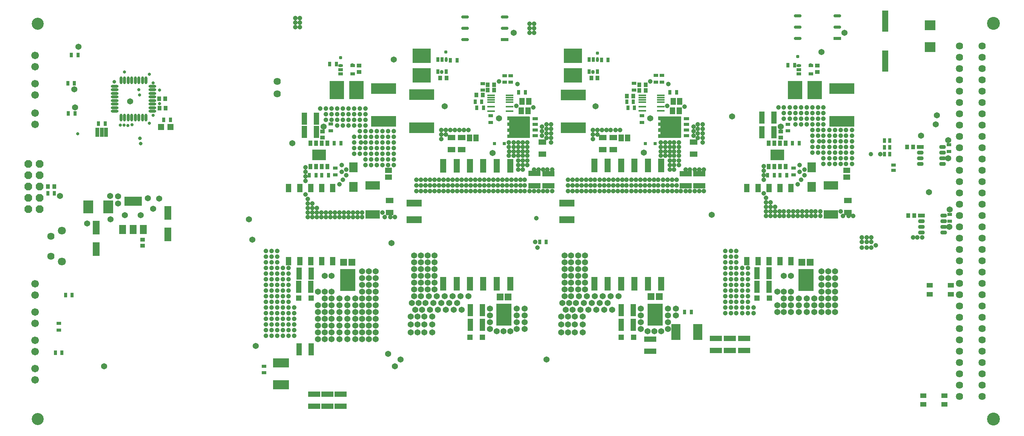
<source format=gbr>
%FSTAX23Y23*%
%MOIN*%
%SFA1B1*%

%IPPOS*%
%AMD149*
4,1,8,-0.033000,0.016500,-0.033000,-0.016500,-0.016500,-0.033000,0.016500,-0.033000,0.033000,-0.016500,0.033000,0.016500,0.016500,0.033000,-0.016500,0.033000,-0.033000,0.016500,0.0*
%
%ADD99R,0.092976X0.089039*%
%ADD100R,0.224472X0.094551*%
%ADD101R,0.031559X0.039433*%
%ADD102R,0.035496X0.039433*%
%ADD103R,0.052000X0.052000*%
%ADD104R,0.039433X0.035496*%
%ADD105R,0.153606X0.082740*%
%ADD106R,0.063055X0.082740*%
%ADD107R,0.032000X0.083000*%
%ADD108O,0.068960X0.025653*%
%ADD109O,0.025653X0.068960*%
%ADD110R,0.055181X0.191007*%
%ADD111R,0.039433X0.031559*%
%ADD112R,0.053212X0.041401*%
%ADD113R,0.047307X0.106362*%
%ADD114R,0.089000X0.111992*%
%ADD115R,0.161480X0.126047*%
%ADD116O,0.025653X0.043370*%
%ADD117R,0.025653X0.043370*%
%ADD118R,0.106362X0.047307*%
%ADD119R,0.047307X0.059118*%
%ADD120R,0.070929X0.047307*%
%ADD121O,0.068960X0.015811*%
%ADD122R,0.054000X0.124078*%
%ADD123R,0.051244X0.029590*%
%ADD124R,0.027622X0.027622*%
%ADD125R,0.051244X0.051244*%
%ADD126R,0.136283X0.195338*%
%ADD127R,0.058724X0.059118*%
%ADD128R,0.141795X0.082740*%
%ADD129R,0.082740X0.141795*%
%ADD130R,0.133921X0.059118*%
%ADD131O,0.043370X0.025653*%
%ADD132R,0.043370X0.025653*%
%ADD133R,0.059118X0.047307*%
%ADD134R,0.129984X0.074866*%
%ADD135R,0.126047X0.161480*%
%ADD136R,0.050063X0.078016*%
%ADD137R,0.074866X0.086677*%
%ADD138R,0.034000X0.049000*%
%ADD139R,0.122000X0.093000*%
%ADD140R,0.059118X0.035496*%
%ADD141O,0.059118X0.035496*%
%ADD142R,0.060000X0.123000*%
%ADD143R,0.068960X0.029590*%
%ADD144O,0.068960X0.029590*%
%ADD145C,0.106362*%
%ADD146C,0.064000*%
%ADD147C,0.070929*%
%ADD148C,0.066992*%
G04~CAMADD=149~4~0.0~0.0~660.0~660.0~0.0~165.0~0~0.0~0.0~0.0~0.0~0~0.0~0.0~0.0~0.0~0~0.0~0.0~0.0~90.0~660.0~660.0*
%ADD149D149*%
%ADD150C,0.114236*%
%ADD151C,0.064000*%
%ADD152C,0.054000*%
%ADD153C,0.029000*%
%ADD154C,0.031559*%
%ADD155C,0.039433*%
%ADD156C,0.041401*%
%ADD157C,0.030457*%
%ADD158C,0.034000*%
%LNlv1_soldermask_top-1*%
%LPD*%
G36*
X05353Y03289D02*
X05353Y03289D01*
X05354Y03288*
X05354Y03288*
X05354Y03288*
X05354Y03288*
X05354Y03287*
X05355Y03287*
Y03102*
X05354Y03101*
X05354Y03101*
X05354Y03101*
X05354Y031*
X05354Y031*
X05353Y031*
X05353Y031*
X05352Y031*
X05156*
X05155Y031*
X05155Y031*
X05155Y031*
X05154Y031*
X05154Y03101*
X05154Y03101*
X05154Y03101*
X05154Y03102*
Y03129*
X05154Y0313*
X05154Y0313*
X05154Y0313*
X05154Y03131*
X05155Y03131*
X05155Y03131*
X05155Y03131*
X05156Y03131*
X05173*
Y03152*
X05156*
X05155Y03152*
X05155Y03152*
X05155Y03153*
X05154Y03153*
X05154Y03153*
X05154Y03153*
X05154Y03154*
X05154Y03154*
Y03182*
X05154Y03182*
X05154Y03183*
X05154Y03183*
X05154Y03183*
X05155Y03183*
X05155Y03184*
X05155Y03184*
X05156Y03184*
X05173*
Y03205*
X05156*
X05155Y03205*
X05155Y03205*
X05155Y03205*
X05154Y03205*
X05154Y03206*
X05154Y03206*
X05154Y03206*
X05154Y03207*
Y03234*
X05154Y03235*
X05154Y03235*
X05154Y03235*
X05154Y03236*
X05155Y03236*
X05155Y03236*
X05155Y03236*
X05156Y03236*
X05173*
Y03257*
X05156*
X05155Y03257*
X05155Y03257*
X05155Y03258*
X05154Y03258*
X05154Y03258*
X05154Y03258*
X05154Y03259*
X05154Y03259*
Y03287*
X05154Y03287*
X05154Y03288*
X05154Y03288*
X05154Y03288*
X05155Y03288*
X05155Y03289*
X05155Y03289*
X05156Y03289*
X05352*
X05353Y03289*
G37*
G36*
X06688Y0329D02*
X06689Y0329D01*
X06689Y0329*
X06689Y03289*
X06689Y03289*
X0669Y03289*
X0669Y03288*
X0669Y03288*
Y03103*
X0669Y03102*
X0669Y03102*
X06689Y03102*
X06689Y03101*
X06689Y03101*
X06689Y03101*
X06688Y03101*
X06688Y03101*
X06491*
X06491Y03101*
X0649Y03101*
X0649Y03101*
X06489Y03101*
X06489Y03102*
X06489Y03102*
X06489Y03102*
X06489Y03103*
Y0313*
X06489Y03131*
X06489Y03131*
X06489Y03131*
X06489Y03132*
X0649Y03132*
X0649Y03132*
X06491Y03132*
X06491Y03132*
X06509*
Y03153*
X06491*
X06491Y03153*
X0649Y03154*
X0649Y03154*
X06489Y03154*
X06489Y03154*
X06489Y03155*
X06489Y03155*
X06489Y03155*
Y03183*
X06489Y03183*
X06489Y03184*
X06489Y03184*
X06489Y03184*
X0649Y03185*
X0649Y03185*
X06491Y03185*
X06491Y03185*
X06509*
Y03206*
X06491*
X06491Y03206*
X0649Y03206*
X0649Y03206*
X06489Y03206*
X06489Y03207*
X06489Y03207*
X06489Y03207*
X06489Y03208*
Y03235*
X06489Y03236*
X06489Y03236*
X06489Y03236*
X06489Y03237*
X0649Y03237*
X0649Y03237*
X06491Y03237*
X06491Y03237*
X06509*
Y03258*
X06491*
X06491Y03258*
X0649Y03258*
X0649Y03259*
X06489Y03259*
X06489Y03259*
X06489Y0326*
X06489Y0326*
X06489Y0326*
Y03288*
X06489Y03288*
X06489Y03289*
X06489Y03289*
X06489Y03289*
X0649Y0329*
X0649Y0329*
X06491Y0329*
X06491Y0329*
X06688*
X06688Y0329*
G37*
G54D99*
X0889Y03903D03*
Y04096D03*
G54D100*
X05738Y03189D03*
Y0348D03*
X04399Y03191D03*
Y03483D03*
X08113Y03246D03*
Y03538D03*
X04063Y03246D03*
Y03538D03*
G54D101*
X01153Y02611D03*
X01094D03*
X02118Y03261D03*
X02177D03*
X0154Y03227D03*
X016D03*
X08487Y03076D03*
X08534D03*
X08488Y02955D03*
X08536D03*
X08487Y03018D03*
X08534D03*
X05987Y03789D03*
X06046D03*
X06651Y03503D03*
X06592D03*
X06279Y03368D03*
X0622D03*
X0621Y0342D03*
X06269D03*
X0487D03*
X04929D03*
X04944Y03367D03*
X04885D03*
X05315Y03502D03*
X05256D03*
X04652Y03788D03*
X04711D03*
X01334Y03318D03*
X01275D03*
X01329Y03582D03*
X0127D03*
X01309Y0171D03*
X0125D03*
X01219Y012D03*
X0116D03*
X06723Y01559D03*
X06782D03*
X07455Y02769D03*
X07515D03*
X07695Y03742D03*
X07635D03*
X07675Y03052D03*
X07735D03*
X07565Y02769D03*
X07625D03*
X03405D03*
X03465D03*
X03645Y03752D03*
X03585D03*
X03625Y03052D03*
X03685D03*
X03515Y02769D03*
X03575D03*
X0544Y0218D03*
X05499D03*
X01362Y03832D03*
X01303D03*
G54D102*
X01096Y02671D03*
X01151D03*
X02133Y03445D03*
X02078D03*
X02081Y03364D03*
X02136D03*
X05952Y03631D03*
X05897D03*
X06267Y0347D03*
X06212D03*
X06322Y0352D03*
X06377D03*
X06322Y0357D03*
X06377D03*
X04982D03*
X05037D03*
X04982Y03522D03*
X05037D03*
X04937Y0348D03*
X04882D03*
X04617Y0363D03*
X04561D03*
X08742Y03021D03*
X08687D03*
X08753Y02412D03*
X08697D03*
G54D103*
X02178Y03198D03*
X02095D03*
G54D104*
X01932Y022D03*
Y02145D03*
X07895Y0374D03*
Y03684D03*
X0757Y03157D03*
Y03102D03*
X03845Y0374D03*
Y03684D03*
X0352Y03157D03*
Y03102D03*
G54D105*
X01847Y02539D03*
G54D106*
X01937Y02291D03*
X01847D03*
X01756D03*
G54D107*
X01609Y03149D03*
X0157D03*
X0153D03*
G54D108*
X01686Y03556D03*
Y03525D03*
Y03493D03*
Y03462D03*
Y0343D03*
Y03399D03*
Y03367D03*
Y03336D03*
X02017D03*
Y03367D03*
Y03399D03*
Y0343D03*
Y03462D03*
Y03493D03*
Y03525D03*
Y03556D03*
G54D109*
X01741Y03281D03*
X01773D03*
X01804D03*
X01836D03*
X01867D03*
X01899D03*
X0193D03*
X01962D03*
Y03611D03*
X0193D03*
X01899D03*
X01867D03*
X01836D03*
X01804D03*
X01773D03*
X01741D03*
G54D110*
X08496Y04133D03*
Y03781D03*
G54D111*
X08568Y02812D03*
Y02859D03*
X06522Y03652D03*
Y03593D03*
X06467D03*
Y03652D03*
X06274Y03582D03*
Y03523D03*
X06344Y03297D03*
Y03238D03*
X05009Y03296D03*
Y03237D03*
X04939Y03581D03*
Y03522D03*
X05131Y03592D03*
Y03651D03*
X05186D03*
Y03592D03*
X0119Y014D03*
Y01459D03*
X03006Y01081D03*
Y01022D03*
X07685Y02832D03*
Y02772D03*
X07636Y03221D03*
Y03162D03*
X03635Y02832D03*
Y02772D03*
X03595Y03222D03*
Y03163D03*
X09065Y02422D03*
Y02362D03*
X09059Y0298D03*
Y03039D03*
G54D112*
X08888Y01718D03*
X09075Y01797D03*
Y01718D03*
X08888Y01797D03*
X08832Y00742D03*
X09019Y00821D03*
Y00742D03*
X08832Y00821D03*
G54D113*
X03362Y0327D03*
X03468D03*
X07406Y0328D03*
X07513D03*
X06269Y01448D03*
X06163D03*
X06269Y01578D03*
X06163D03*
X04934Y01577D03*
X04828D03*
X04934Y01447D03*
X04828D03*
X03316Y01231D03*
X03422D03*
X07362Y01782D03*
X07468D03*
X07362Y01902D03*
X07468D03*
X07513Y0315D03*
X07406D03*
X03312Y01782D03*
X03418D03*
X03316Y019D03*
X03423D03*
X03468Y03152D03*
X03362D03*
G54D114*
X01627Y0249D03*
X01452D03*
G54D115*
X05734Y03654D03*
Y03827D03*
X04399Y03653D03*
Y03826D03*
G54D116*
X05952Y03794D03*
X04616Y03793D03*
G54D117*
X05914Y03794D03*
X05877D03*
X05952Y03687D03*
X05877D03*
X04579Y03793D03*
X04542D03*
X04616Y03686D03*
X04542D03*
G54D118*
X0673Y02676D03*
Y02783D03*
X05394Y02678D03*
Y02785D03*
X03683Y00726D03*
Y00833D03*
X03565Y00726D03*
Y00832D03*
X03448Y00727D03*
Y00833D03*
X07249Y0122D03*
Y01327D03*
X07123Y01219D03*
Y01325D03*
X06998Y0122D03*
Y01327D03*
X06419Y01214D03*
Y01321D03*
X0685Y02676D03*
Y02783D03*
X05519Y02676D03*
Y02783D03*
G54D119*
X06615Y03341D03*
X06674D03*
X0616Y031D03*
X06219D03*
X0662Y03423D03*
X06679D03*
X05285Y03422D03*
X05344D03*
X0482Y031D03*
X04879D03*
X05279Y0334D03*
X05338D03*
G54D120*
X0609Y02996D03*
Y03103D03*
X06801Y02958D03*
Y03064D03*
X05466Y02956D03*
Y03063D03*
X0475Y02996D03*
Y03103D03*
X08165Y02439D03*
Y02545D03*
X04115Y02439D03*
Y02545D03*
X0466Y02996D03*
Y03103D03*
X05999Y02996D03*
Y03103D03*
G54D121*
X06511Y03339D03*
Y03378D03*
Y03417D03*
Y03437D03*
Y03457D03*
Y03477D03*
X06348Y03339D03*
Y03378D03*
Y03417D03*
Y03437D03*
Y03457D03*
Y03477D03*
X05176Y03338D03*
Y03377D03*
Y03416D03*
Y03436D03*
Y03456D03*
Y03475D03*
X05013Y03338D03*
Y03377D03*
Y03416D03*
Y03436D03*
Y03456D03*
Y03475D03*
G54D122*
X06515Y02855D03*
X06397D03*
X06279D03*
X0616D03*
X06042D03*
X05924D03*
X06515Y01811D03*
X06397D03*
X06279D03*
X0616D03*
X06042D03*
X05924D03*
X0518Y02854D03*
X05061D03*
X04943D03*
X04825D03*
X04707D03*
X04589D03*
X0518Y0181D03*
X05061D03*
X04943D03*
X04825D03*
X04707D03*
X04589D03*
G54D123*
X06516Y03116D03*
Y03169D03*
Y03221D03*
Y03274D03*
X06737Y0327D03*
Y0322D03*
Y0317D03*
Y0312D03*
X0518Y03115D03*
Y03168D03*
Y0322D03*
Y03273D03*
X05402Y03269D03*
Y03219D03*
Y03169D03*
Y03119D03*
G54D124*
X06376Y03051D03*
X06463D03*
X05041Y0305D03*
X05127D03*
G54D125*
X06271Y01338D03*
X06161D03*
X04936Y01337D03*
X04826D03*
X0747Y01682D03*
X0736D03*
X0342D03*
X0331D03*
G54D126*
X06461Y01538D03*
X05126Y01537D03*
X07795Y01842D03*
X03745D03*
G54D127*
X06497Y01695D03*
X06425D03*
X05162Y01694D03*
X0509D03*
X07831Y01999D03*
X07759D03*
X03781D03*
X03709D03*
G54D128*
X03154Y01111D03*
Y00918D03*
G54D129*
X06644Y01383D03*
X06837D03*
G54D130*
X0568Y02524D03*
Y02375D03*
X0433Y02524D03*
Y02375D03*
G54D131*
X07732Y03739D03*
X03682D03*
G54D132*
X07732Y03702D03*
Y03665D03*
X07838Y03739D03*
Y03665D03*
X03682Y03702D03*
Y03665D03*
X03788Y03739D03*
Y03665D03*
G54D133*
X08155Y02752D03*
Y02812D03*
X04105Y02752D03*
Y02812D03*
G54D134*
X08015Y0268D03*
Y02424D03*
X03965Y0268D03*
Y02424D03*
G54D135*
X07872Y03522D03*
X07698D03*
X03822D03*
X03648D03*
G54D136*
X07273Y02655D03*
X07371D03*
X07468D03*
X07566D03*
X07663D03*
X07273Y0201D03*
X07371D03*
X07468D03*
X07566D03*
X07663D03*
X03223Y02655D03*
X03321D03*
X03418D03*
X03516D03*
X03613D03*
X03223Y0201D03*
X03321D03*
X03418D03*
X03516D03*
X03613D03*
G54D137*
X07845Y02839D03*
Y02665D03*
X03795Y02839D03*
Y02665D03*
G54D138*
X07615Y03052D03*
X07565D03*
X07515D03*
X07465D03*
X07615Y02847D03*
X07565D03*
X07515D03*
X07465D03*
X03565Y03052D03*
X03515D03*
X03465D03*
X03415D03*
X03565Y02847D03*
X03515D03*
X03465D03*
X03415D03*
G54D139*
X0754Y0295D03*
X0349D03*
G54D140*
X08815Y02412D03*
X08804Y03021D03*
G54D141*
X08815Y02362D03*
Y02312D03*
Y02262D03*
X09012Y02412D03*
Y02362D03*
Y02312D03*
Y02262D03*
X08804Y02971D03*
Y02921D03*
Y02871D03*
X09001Y03021D03*
Y02971D03*
Y02921D03*
Y02871D03*
G54D142*
X0152Y02305D03*
Y02115D03*
X02154Y02435D03*
Y02245D03*
G54D143*
X05133Y03969D03*
X08073Y03981D03*
G54D144*
X05133Y04069D03*
Y04169D03*
X04782Y03969D03*
Y04069D03*
Y04169D03*
X08073Y04081D03*
Y04181D03*
X07722Y03981D03*
Y04081D03*
Y04181D03*
G54D145*
X01006Y00612D03*
Y04111D03*
G54D146*
X0112Y02231D03*
Y02054D03*
X0915Y00812D03*
Y00912D03*
Y01012D03*
Y01112D03*
Y01212D03*
Y01312D03*
Y01412D03*
Y01512D03*
Y01612D03*
Y01712D03*
Y01812D03*
Y01912D03*
Y02012D03*
Y02112D03*
Y02212D03*
Y02312D03*
Y02412D03*
Y02512D03*
Y02612D03*
Y02712D03*
Y02812D03*
Y02912D03*
Y03012D03*
Y03112D03*
Y03212D03*
Y03312D03*
Y03412D03*
Y03512D03*
Y03612D03*
Y03712D03*
Y03812D03*
Y03912D03*
X0935Y00812D03*
Y00912D03*
Y01012D03*
Y01112D03*
Y01212D03*
Y01312D03*
Y01412D03*
Y01512D03*
Y01612D03*
Y01712D03*
Y01812D03*
Y01912D03*
Y02012D03*
Y02112D03*
Y02212D03*
Y02312D03*
Y02412D03*
Y02512D03*
Y02612D03*
Y02712D03*
Y02812D03*
Y02912D03*
Y03012D03*
Y03112D03*
Y03212D03*
Y03312D03*
Y03412D03*
Y03512D03*
Y03612D03*
Y03712D03*
Y03812D03*
Y03912D03*
G54D147*
X01219Y02005D03*
Y02281D03*
G54D148*
X00981Y0383D03*
Y0373D03*
Y0322D03*
Y0332D03*
Y0348D03*
Y0358D03*
Y0171D03*
Y0181D03*
Y0146D03*
Y0156D03*
Y0121D03*
Y0131D03*
Y0096D03*
Y0106D03*
G54D149*
X0102Y0247D03*
X0092D03*
X0102Y0257D03*
X0092D03*
X0102Y0267D03*
X0092D03*
Y0277D03*
X0102D03*
Y0287D03*
X0092D03*
G54D150*
X0945Y00612D03*
Y04112D03*
G54D151*
X0312Y036D03*
Y0349D03*
G54D152*
X01715Y0252D03*
X02026Y02473D03*
X01914Y02418D03*
X01775Y02415D03*
X01648Y02381D03*
X01646Y02585D03*
X0182Y03423D03*
X02079Y02563D03*
X01202Y02586D03*
X01714Y02584D03*
X01366Y03905D03*
X0144Y02343D03*
X01978Y02568D03*
X0353Y032D03*
X0757D03*
X0287Y0238D03*
X029Y022D03*
X03255Y03052D03*
X0793Y0386D03*
X046Y0338D03*
X05083Y03272D03*
X05025Y02967D03*
X0481Y017D03*
X0474D03*
X0467D03*
X046D03*
X0453D03*
X0446D03*
X0439D03*
X0443Y0164D03*
X045D03*
X0457D03*
X0464D03*
X0471D03*
X044Y0158D03*
X0447D03*
X0454D03*
X0461D03*
X0468D03*
X0475D03*
X05Y0159D03*
Y0153D03*
Y0147D03*
Y0141D03*
X0512Y0139D03*
X05239Y0159D03*
X05309D03*
X05239Y0153D03*
X05309D03*
Y0147D03*
X05239D03*
X0518Y0139D03*
X05309Y0141D03*
X05239D03*
X0449Y0152D03*
X0442D03*
X0449Y0145D03*
X0442D03*
X0449Y0138D03*
X0442D03*
X06575Y01411D03*
Y01471D03*
X06645Y01531D03*
X06575D03*
X06645Y01591D03*
X06575D03*
X06455Y01391D03*
X06395D03*
X06335Y01411D03*
Y01471D03*
Y01531D03*
Y01591D03*
X0636Y02969D03*
X06418Y03273D03*
X05935Y03381D03*
X0415Y03793D03*
X0714Y0329D03*
X0399Y0168D03*
X0393D03*
X0387D03*
Y0174D03*
Y018D03*
X0393Y0174D03*
Y018D03*
X0399D03*
Y0174D03*
X0374Y0168D03*
X0367D03*
X036D03*
Y0174D03*
X0354D03*
X0348D03*
X0354Y0168D03*
X036Y0188D03*
X0354D03*
X0506Y0139D03*
X041Y0119D03*
X0293Y0126D03*
X0421Y0114D03*
X055D03*
X06515Y01391D03*
X0416Y0108D03*
X0159D03*
X0439Y0176D03*
Y0182D03*
Y0188D03*
Y0194D03*
Y02D03*
Y0206D03*
X0433Y017D03*
Y0176D03*
Y0182D03*
Y0188D03*
Y0194D03*
Y02D03*
Y0206D03*
X0437Y0164D03*
X0431D03*
X0434Y0158D03*
X0436Y0152D03*
Y0145D03*
Y0138D03*
X043D03*
Y0145D03*
Y0152D03*
X0445Y0206D03*
X0451D03*
X0445Y02D03*
X0451D03*
Y0194D03*
X0445D03*
Y0188D03*
X0451D03*
Y0182D03*
X0445D03*
Y0176D03*
X0451D03*
X0696Y0242D03*
X0584Y0176D03*
X0578D03*
Y0182D03*
X0584D03*
Y0188D03*
X0578D03*
Y0194D03*
X0584D03*
Y02D03*
X0578D03*
X0584Y0206D03*
X0578D03*
X0563Y0152D03*
Y0145D03*
Y0138D03*
X0569D03*
Y0145D03*
Y0152D03*
X0567Y0158D03*
X0564Y0164D03*
X057D03*
X0566Y0206D03*
Y02D03*
Y0194D03*
Y0188D03*
Y0182D03*
Y0176D03*
Y017D03*
X05719Y0206D03*
Y02D03*
Y0194D03*
Y0188D03*
Y0182D03*
Y0176D03*
X0575Y0138D03*
X0582D03*
X0575Y0145D03*
X0582D03*
X0575Y0152D03*
X0582D03*
X0608Y0158D03*
X0601D03*
X0594D03*
X0587D03*
X058D03*
X0573D03*
X0604Y0164D03*
X0597D03*
X059D03*
X0583D03*
X0576D03*
X05719Y017D03*
X05789D03*
X05859D03*
X05929D03*
X05999D03*
X06069D03*
X06139D03*
X0413Y0217D03*
X0399Y0192D03*
X0393D03*
X0387D03*
Y0186D03*
X0393D03*
X0399D03*
Y0156D03*
Y0162D03*
X0393D03*
Y0156D03*
X0387Y0162D03*
Y0156D03*
Y015D03*
X0393D03*
X0399D03*
X0381Y0156D03*
X0367Y0162D03*
X0374Y015D03*
X0381D03*
X036Y0156D03*
Y0162D03*
X0354D03*
Y0156D03*
X0348Y0162D03*
Y0156D03*
Y015D03*
X0354D03*
X036D03*
X0381Y0162D03*
Y0168D03*
X0367Y0156D03*
Y015D03*
X0374Y0156D03*
Y0162D03*
Y0144D03*
Y0138D03*
X0367Y0132D03*
Y0138D03*
X0381Y0144D03*
X036Y0132D03*
X0354D03*
X0348D03*
Y0138D03*
Y0144D03*
X0354Y0138D03*
Y0144D03*
X036D03*
Y0138D03*
X0381Y0132D03*
X0374D03*
X0367Y0144D03*
X0381Y0138D03*
X0399Y0132D03*
X0393D03*
X0387D03*
Y0138D03*
Y0144D03*
X0393Y0138D03*
Y0144D03*
X0399D03*
Y0138D03*
X078Y0162D03*
Y0156D03*
X0773D03*
X07869Y0168D03*
Y0162D03*
X0754Y0156D03*
Y0162D03*
X07599Y0156D03*
Y0162D03*
X0766D03*
Y0156D03*
X0773Y0162D03*
X07869Y0156D03*
X0793D03*
Y0162D03*
X0799Y0156D03*
Y0162D03*
X0805D03*
Y0156D03*
Y0186D03*
X0799D03*
X0793D03*
Y0192D03*
X0799D03*
X0805D03*
X07599Y0188D03*
X0766D03*
X07599Y0168D03*
X0754Y0174D03*
X07599D03*
X0766D03*
Y0168D03*
X0773D03*
X078D03*
X0805Y0174D03*
Y018D03*
X0799D03*
Y0174D03*
X0793Y018D03*
Y0174D03*
Y0168D03*
X0799D03*
X0805D03*
X09062Y02312D03*
X09065Y02465D03*
X0905Y0292D03*
Y0308D03*
X0888Y0262D03*
X0894Y03219D03*
X0881Y03119D03*
X0895Y033D03*
X01334Y0337D03*
X01329Y0353D03*
X05212Y04029D03*
X08136D03*
G54D153*
X01358Y03137D03*
X02082Y03404D03*
X0208Y03524D03*
X02025Y03588D03*
X01773Y03684D03*
X01991Y03664D03*
X02026Y03299D03*
X01992Y03229D03*
X01801Y03209D03*
X01768Y03212D03*
X01734Y03214D03*
X01837Y03216D03*
X01899Y03525D03*
X01906Y03481D03*
G54D154*
X01682Y03595D03*
X01914Y03051D03*
X01907Y03095D03*
G54D155*
X08368Y02958D03*
G54D156*
X08451Y02957D03*
X0672Y03377D03*
X05385Y0337D03*
X0365Y0321D03*
X0355Y0326D03*
X036D03*
X0365D03*
X037Y0321D03*
Y0326D03*
X0355Y0331D03*
X036D03*
X0365D03*
X037D03*
X035Y0336D03*
X0355D03*
X036D03*
X0365D03*
X0755Y0337D03*
X07599D03*
Y0332D03*
Y0327D03*
X0765D03*
Y0332D03*
Y0337D03*
X077D03*
Y0332D03*
Y0327D03*
Y0322D03*
X0775D03*
Y0327D03*
Y0332D03*
X0595Y0313D03*
X0591Y0309D03*
Y0313D03*
Y0317D03*
X0595D03*
X0599D03*
X0603D03*
X06069D03*
X0611D03*
X0615D03*
X0435Y0263D03*
X0439D03*
X0443D03*
X0447D03*
X0451D03*
X0459D03*
X0455D03*
X0483D03*
X0479D03*
X0475D03*
X0471D03*
X0467D03*
X0463D03*
X0507D03*
X0503D03*
X0499D03*
X0495D03*
X0491D03*
X0487D03*
X05309D03*
X0527D03*
X0523D03*
X0519D03*
X0515D03*
X0511D03*
X0461Y0313D03*
X0481Y0317D03*
X0477D03*
X0473D03*
X0469D03*
X0465D03*
X0457Y0313D03*
Y0309D03*
X0461Y0317D03*
X0457D03*
X0535Y0263D03*
X0539D03*
X0543D03*
X0547D03*
X05509D03*
X0555D03*
X0539Y0282D03*
X0529D03*
X0525D03*
X0533Y0286D03*
X0525D03*
X0529D03*
X0533Y029D03*
X0529D03*
X0525D03*
Y0298D03*
X0529D03*
X0533D03*
X0521D03*
X0517Y02981D03*
X05169Y02942D03*
X0529D03*
X0521D03*
X0525D03*
X0533D03*
Y0302D03*
X0546Y032D03*
X055Y031D03*
X0554Y0306D03*
Y031D03*
Y0314D03*
X055D03*
X0546Y0312D03*
X0554Y0318D03*
X055D03*
X0546Y0316D03*
X0554Y0322D03*
X055D03*
X0543Y0282D03*
X0547D03*
X05509D03*
X0555D03*
X0525Y0302D03*
X0521D03*
X0529D03*
X05169D03*
Y0306D03*
X0521D03*
X0533D03*
X0529D03*
X0525D03*
X05244Y03577D03*
X05234Y03382D03*
X0508Y036D03*
X06569Y03383D03*
X06579Y03578D03*
X0689Y0263D03*
X0685D03*
X0681D03*
X06769D03*
X0673D03*
X06689D03*
X0645D03*
X06489D03*
X0653D03*
X0657D03*
X0661D03*
X0665D03*
X06209D03*
X0625D03*
X0629D03*
X0633D03*
X0637D03*
X0641D03*
X0597D03*
X0601D03*
X0605D03*
X0609D03*
X0613D03*
X0617D03*
X0589D03*
X05929D03*
X0585D03*
X0581D03*
X0577D03*
X0573D03*
X0569D03*
X0659Y0306D03*
X06629D03*
X0667D03*
X0655D03*
X0651D03*
Y0302D03*
X06629D03*
X0655D03*
X0659D03*
X0685Y0282D03*
X0681D03*
X06769D03*
X06839Y0322D03*
X0688D03*
X068Y0316D03*
X06839Y0318D03*
X0688D03*
X068Y0312D03*
X06839Y0314D03*
X0688D03*
Y031D03*
Y0306D03*
X06839Y031D03*
X068Y032D03*
X0667Y0302D03*
Y02942D03*
X0659D03*
X0655D03*
X06629D03*
X0651D03*
Y0298D03*
X0655D03*
X0667D03*
X06629D03*
X0659D03*
Y029D03*
X06629D03*
X0667D03*
X06629Y0286D03*
X0659D03*
X0667D03*
X0659Y0282D03*
X06629D03*
X0673D03*
X0416Y024D03*
X0407D03*
X0387D03*
Y0244D03*
X0383D03*
Y024D03*
X0379D03*
Y0244D03*
X0375Y024D03*
Y0244D03*
X0371D03*
Y024D03*
X0367D03*
Y0244D03*
X0363D03*
Y024D03*
X0359D03*
Y0244D03*
X0355D03*
Y024D03*
X0351D03*
Y0244D03*
X0347Y024D03*
Y0244D03*
X0343D03*
Y024D03*
X0339D03*
Y0244D03*
X0347Y0248D03*
X0343Y0252D03*
Y0248D03*
X0339D03*
Y0252D03*
Y0256D03*
X0337Y026D03*
Y0272D03*
Y0276D03*
Y028D03*
Y0284D03*
X0405Y0244D03*
X0412Y024D03*
X039Y0336D03*
X0385D03*
X038D03*
X039Y0331D03*
X0385D03*
X038D03*
Y0326D03*
X0385D03*
X039D03*
X038Y0321D03*
X0385D03*
X039D03*
X0385Y0316D03*
X039D03*
X0395D03*
X04D03*
X0405D03*
X041D03*
X0415D03*
Y0311D03*
X038D03*
Y0306D03*
Y0301D03*
Y0296D03*
X0385Y0311D03*
X039D03*
X0395D03*
X04D03*
X04051Y03109D03*
X041Y0311D03*
X0415Y0306D03*
X041D03*
X0405D03*
X04D03*
X0395D03*
X039D03*
X0386D03*
X0385Y0301D03*
Y0296D03*
X039D03*
X0395D03*
X04D03*
X0405D03*
X041D03*
X0415D03*
Y0301D03*
X041D03*
X0405D03*
X04D03*
X0395D03*
X039D03*
X037Y0336D03*
X06419Y036D03*
X0415Y0291D03*
X041D03*
X0405D03*
X04D03*
X0395D03*
X039D03*
Y0286D03*
X0395D03*
X04D03*
X0405D03*
X041D03*
X0415D03*
X0375Y0331D03*
Y0321D03*
Y0326D03*
Y0336D03*
X0302Y021D03*
Y0205D03*
Y02D03*
Y0195D03*
Y019D03*
Y0185D03*
Y018D03*
Y0175D03*
Y017D03*
X0307D03*
Y0175D03*
Y018D03*
Y0185D03*
Y019D03*
Y0195D03*
Y02D03*
Y0205D03*
Y021D03*
X0312Y017D03*
Y0175D03*
Y018D03*
Y0185D03*
Y019D03*
Y0195D03*
Y02D03*
Y0205D03*
Y021D03*
X0302Y0135D03*
Y014D03*
Y0145D03*
Y015D03*
Y0155D03*
Y016D03*
Y0165D03*
X0307D03*
Y016D03*
Y0155D03*
Y015D03*
Y0145D03*
Y014D03*
Y0135D03*
X0312Y0165D03*
Y016D03*
Y0155D03*
Y015D03*
Y0145D03*
Y014D03*
Y0135D03*
X0317Y0195D03*
Y019D03*
Y0185D03*
Y018D03*
Y0175D03*
Y017D03*
Y0165D03*
X0322Y0195D03*
Y019D03*
Y0185D03*
Y018D03*
Y0175D03*
Y017D03*
Y0165D03*
X0327Y0135D03*
Y014D03*
Y0145D03*
Y015D03*
Y0155D03*
Y016D03*
X0322Y0135D03*
Y014D03*
Y0145D03*
Y015D03*
Y0155D03*
Y016D03*
X0317D03*
Y0155D03*
Y015D03*
Y0145D03*
Y014D03*
Y0135D03*
X0723Y0155D03*
Y016D03*
X0728D03*
Y0155D03*
X0733Y016D03*
Y0155D03*
X0728Y0165D03*
Y017D03*
Y0175D03*
Y018D03*
Y0185D03*
Y019D03*
Y0195D03*
X0723Y0165D03*
Y017D03*
Y0175D03*
Y018D03*
Y0185D03*
Y019D03*
Y0195D03*
X07179Y0155D03*
Y016D03*
Y0165D03*
X0713Y0155D03*
Y016D03*
Y0165D03*
X0708D03*
Y016D03*
Y0155D03*
X07179Y021D03*
Y0205D03*
Y02D03*
Y0195D03*
Y019D03*
Y0185D03*
Y018D03*
Y0175D03*
Y017D03*
X0713Y021D03*
Y0205D03*
Y02D03*
Y0195D03*
Y019D03*
Y0185D03*
Y018D03*
Y0175D03*
Y017D03*
X0708D03*
Y0175D03*
Y018D03*
Y0185D03*
Y019D03*
Y0195D03*
Y02D03*
Y0205D03*
Y021D03*
X078Y0337D03*
Y0332D03*
Y0322D03*
Y0327D03*
X082Y0287D03*
X08149D03*
X081D03*
X0805D03*
X08D03*
X07949D03*
Y0292D03*
X08D03*
X0805D03*
X081D03*
X08149D03*
X082D03*
X0775Y0337D03*
X07949Y0302D03*
X08D03*
X0805D03*
X081D03*
X08149D03*
X082D03*
Y0297D03*
X08149D03*
X081D03*
X0805D03*
X08D03*
X07949D03*
X079D03*
Y0302D03*
X0791Y0307D03*
X07949D03*
X08D03*
X0805D03*
X081D03*
X08149D03*
X082D03*
X08149Y0312D03*
X08101D03*
X0805D03*
X08D03*
X07949D03*
X079D03*
X0785Y0297D03*
Y0302D03*
Y0307D03*
Y0312D03*
X082D03*
Y0317D03*
X08149D03*
X081D03*
X0805D03*
X08D03*
X07949D03*
X079D03*
X0785D03*
X07949Y0322D03*
X079D03*
X0785D03*
X07949Y0327D03*
X079D03*
X0785D03*
Y0332D03*
X079D03*
X07949D03*
X0785Y0337D03*
X079D03*
X07949D03*
X081Y0245D03*
X0742Y0285D03*
Y0281D03*
Y0277D03*
Y0273D03*
Y0261D03*
X0744Y0257D03*
Y0253D03*
Y0249D03*
X0748D03*
Y0253D03*
X0752Y0249D03*
X0744Y0245D03*
Y0241D03*
X0748D03*
Y0245D03*
X0752D03*
Y0241D03*
X0756Y0245D03*
Y0241D03*
X07599D03*
Y0245D03*
X0764D03*
Y0241D03*
X0768D03*
Y0245D03*
X0772D03*
Y0241D03*
X0776D03*
Y0245D03*
X078D03*
Y0241D03*
X0784Y0245D03*
Y0241D03*
X07879D03*
Y0245D03*
X0792D03*
Y0241D03*
X0812D03*
X0821D03*
X0772Y0269D03*
X0775Y0273D03*
X0778Y0277D03*
Y0282D03*
X07739Y0286D03*
Y028D03*
X0369D03*
Y0286D03*
X0373Y0282D03*
Y0277D03*
X037Y0273D03*
X0367Y0269D03*
X08289Y0222D03*
Y0218D03*
Y0213D03*
X0833Y0222D03*
Y0218D03*
Y0213D03*
X0837D03*
Y0218D03*
Y0222D03*
X0841Y0215D03*
X0541Y0239D03*
X054Y0218D03*
X0542Y0213D03*
X0511Y0268D03*
X0515D03*
X0519D03*
X0523D03*
X0527D03*
X05309D03*
X0487D03*
X0491D03*
X0495D03*
X0499D03*
X0503D03*
X0507D03*
X0463D03*
X0467D03*
X0471D03*
X0475D03*
X0479D03*
X0483D03*
X0455D03*
X0459D03*
X0451D03*
X0447D03*
X0443D03*
X0439D03*
X0435D03*
X0511Y0273D03*
X0515D03*
X0519D03*
X0523D03*
X0527D03*
X05309D03*
X0487D03*
X0491D03*
X0495D03*
X0499D03*
X0503D03*
X0507D03*
X0463D03*
X0467D03*
X0471D03*
X0475D03*
X0479D03*
X0483D03*
X0455D03*
X0459D03*
X0451D03*
X0447D03*
X0443D03*
X0439D03*
X0435D03*
X0569D03*
X0573D03*
X0577D03*
X0581D03*
X0585D03*
X05929D03*
X0589D03*
X0617D03*
X0613D03*
X0609D03*
X0605D03*
X0601D03*
X0597D03*
X0641D03*
X0637D03*
X0633D03*
X0629D03*
X0625D03*
X06209D03*
X0661D03*
X0657D03*
X0653D03*
X06489D03*
X0645D03*
X0569Y0268D03*
X0573D03*
X0577D03*
X0581D03*
X0585D03*
X05929D03*
X0589D03*
X0617D03*
X0613D03*
X0609D03*
X0605D03*
X0601D03*
X0597D03*
X0641D03*
X0637D03*
X0633D03*
X0629D03*
X0625D03*
X06209D03*
X0661D03*
X0657D03*
X0653D03*
X06489D03*
X0645D03*
X0665Y0273D03*
Y0268D03*
X0817Y0241D03*
X0882Y0222D03*
X08779D03*
X0874D03*
X0535Y0403D03*
Y0411D03*
Y0407D03*
X0539Y0411D03*
Y0407D03*
Y0403D03*
X0332Y0416D03*
Y0412D03*
Y0408D03*
X0328D03*
Y0412D03*
Y0416D03*
X0689Y0282D03*
G54D157*
X0772Y0382D03*
X0368Y0381D03*
X0595Y0385D03*
X0461Y0386D03*
G54D158*
X03784Y03743D03*
X07834D03*
X04576Y03683D03*
X05912Y03684D03*
M02*
</source>
